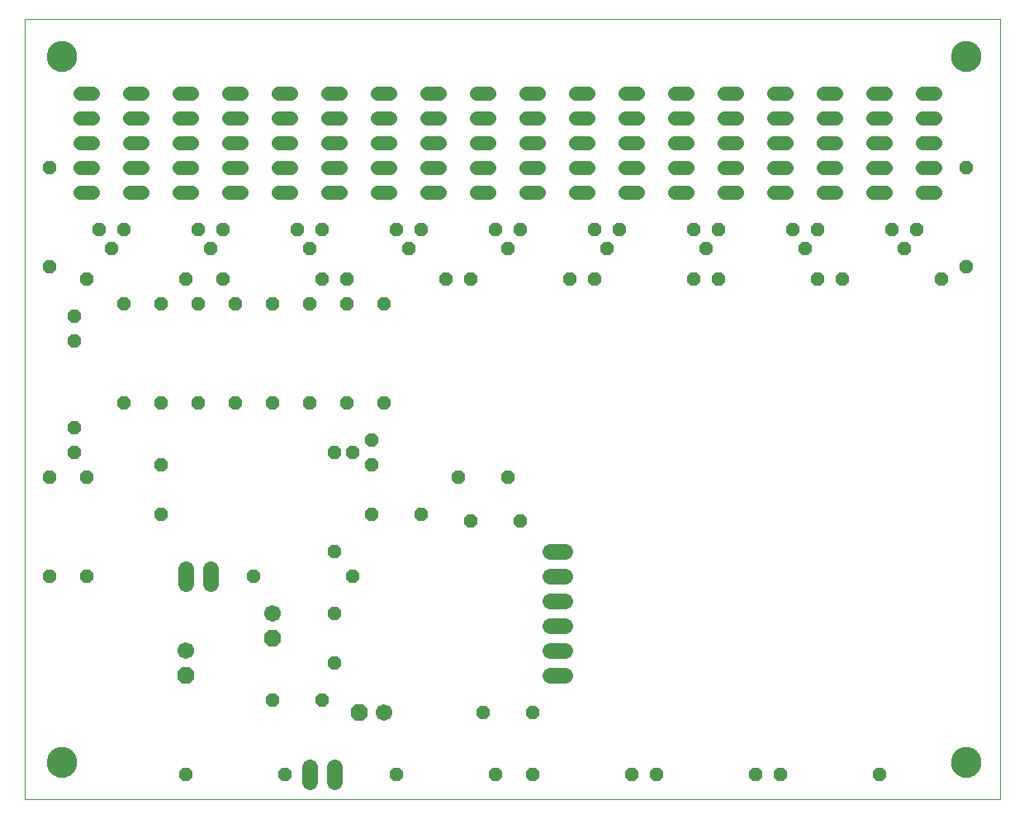
<source format=gbs>
G75*
%MOIN*%
%OFA0B0*%
%FSLAX25Y25*%
%IPPOS*%
%LPD*%
%AMOC8*
5,1,8,0,0,1.08239X$1,22.5*
%
%ADD10C,0.00000*%
%ADD11C,0.12211*%
%ADD12OC8,0.05600*%
%ADD13OC8,0.06700*%
%ADD14C,0.06700*%
%ADD15C,0.05600*%
%ADD16C,0.06400*%
D10*
X0005778Y0001300D02*
X0005778Y0316261D01*
X0399478Y0316261D01*
X0399478Y0001300D01*
X0005778Y0001300D01*
X0014873Y0016300D02*
X0014875Y0016453D01*
X0014881Y0016606D01*
X0014891Y0016759D01*
X0014905Y0016912D01*
X0014923Y0017064D01*
X0014945Y0017216D01*
X0014970Y0017367D01*
X0015000Y0017518D01*
X0015033Y0017667D01*
X0015071Y0017816D01*
X0015112Y0017964D01*
X0015157Y0018110D01*
X0015206Y0018255D01*
X0015259Y0018399D01*
X0015315Y0018542D01*
X0015375Y0018683D01*
X0015439Y0018823D01*
X0015506Y0018960D01*
X0015577Y0019096D01*
X0015651Y0019230D01*
X0015729Y0019362D01*
X0015810Y0019492D01*
X0015895Y0019620D01*
X0015983Y0019746D01*
X0016074Y0019869D01*
X0016168Y0019990D01*
X0016265Y0020109D01*
X0016366Y0020225D01*
X0016469Y0020338D01*
X0016576Y0020448D01*
X0016685Y0020556D01*
X0016796Y0020661D01*
X0016911Y0020763D01*
X0017028Y0020862D01*
X0017148Y0020957D01*
X0017270Y0021050D01*
X0017395Y0021140D01*
X0017521Y0021226D01*
X0017650Y0021309D01*
X0017781Y0021388D01*
X0017914Y0021464D01*
X0018049Y0021537D01*
X0018186Y0021606D01*
X0018325Y0021671D01*
X0018465Y0021733D01*
X0018607Y0021791D01*
X0018750Y0021846D01*
X0018895Y0021897D01*
X0019041Y0021944D01*
X0019188Y0021987D01*
X0019336Y0022026D01*
X0019485Y0022062D01*
X0019635Y0022093D01*
X0019786Y0022121D01*
X0019938Y0022145D01*
X0020090Y0022165D01*
X0020242Y0022181D01*
X0020395Y0022193D01*
X0020548Y0022201D01*
X0020701Y0022205D01*
X0020855Y0022205D01*
X0021008Y0022201D01*
X0021161Y0022193D01*
X0021314Y0022181D01*
X0021466Y0022165D01*
X0021618Y0022145D01*
X0021770Y0022121D01*
X0021921Y0022093D01*
X0022071Y0022062D01*
X0022220Y0022026D01*
X0022368Y0021987D01*
X0022515Y0021944D01*
X0022661Y0021897D01*
X0022806Y0021846D01*
X0022949Y0021791D01*
X0023091Y0021733D01*
X0023231Y0021671D01*
X0023370Y0021606D01*
X0023507Y0021537D01*
X0023642Y0021464D01*
X0023775Y0021388D01*
X0023906Y0021309D01*
X0024035Y0021226D01*
X0024161Y0021140D01*
X0024286Y0021050D01*
X0024408Y0020957D01*
X0024528Y0020862D01*
X0024645Y0020763D01*
X0024760Y0020661D01*
X0024871Y0020556D01*
X0024980Y0020448D01*
X0025087Y0020338D01*
X0025190Y0020225D01*
X0025291Y0020109D01*
X0025388Y0019990D01*
X0025482Y0019869D01*
X0025573Y0019746D01*
X0025661Y0019620D01*
X0025746Y0019492D01*
X0025827Y0019362D01*
X0025905Y0019230D01*
X0025979Y0019096D01*
X0026050Y0018960D01*
X0026117Y0018823D01*
X0026181Y0018683D01*
X0026241Y0018542D01*
X0026297Y0018399D01*
X0026350Y0018255D01*
X0026399Y0018110D01*
X0026444Y0017964D01*
X0026485Y0017816D01*
X0026523Y0017667D01*
X0026556Y0017518D01*
X0026586Y0017367D01*
X0026611Y0017216D01*
X0026633Y0017064D01*
X0026651Y0016912D01*
X0026665Y0016759D01*
X0026675Y0016606D01*
X0026681Y0016453D01*
X0026683Y0016300D01*
X0026681Y0016147D01*
X0026675Y0015994D01*
X0026665Y0015841D01*
X0026651Y0015688D01*
X0026633Y0015536D01*
X0026611Y0015384D01*
X0026586Y0015233D01*
X0026556Y0015082D01*
X0026523Y0014933D01*
X0026485Y0014784D01*
X0026444Y0014636D01*
X0026399Y0014490D01*
X0026350Y0014345D01*
X0026297Y0014201D01*
X0026241Y0014058D01*
X0026181Y0013917D01*
X0026117Y0013777D01*
X0026050Y0013640D01*
X0025979Y0013504D01*
X0025905Y0013370D01*
X0025827Y0013238D01*
X0025746Y0013108D01*
X0025661Y0012980D01*
X0025573Y0012854D01*
X0025482Y0012731D01*
X0025388Y0012610D01*
X0025291Y0012491D01*
X0025190Y0012375D01*
X0025087Y0012262D01*
X0024980Y0012152D01*
X0024871Y0012044D01*
X0024760Y0011939D01*
X0024645Y0011837D01*
X0024528Y0011738D01*
X0024408Y0011643D01*
X0024286Y0011550D01*
X0024161Y0011460D01*
X0024035Y0011374D01*
X0023906Y0011291D01*
X0023775Y0011212D01*
X0023642Y0011136D01*
X0023507Y0011063D01*
X0023370Y0010994D01*
X0023231Y0010929D01*
X0023091Y0010867D01*
X0022949Y0010809D01*
X0022806Y0010754D01*
X0022661Y0010703D01*
X0022515Y0010656D01*
X0022368Y0010613D01*
X0022220Y0010574D01*
X0022071Y0010538D01*
X0021921Y0010507D01*
X0021770Y0010479D01*
X0021618Y0010455D01*
X0021466Y0010435D01*
X0021314Y0010419D01*
X0021161Y0010407D01*
X0021008Y0010399D01*
X0020855Y0010395D01*
X0020701Y0010395D01*
X0020548Y0010399D01*
X0020395Y0010407D01*
X0020242Y0010419D01*
X0020090Y0010435D01*
X0019938Y0010455D01*
X0019786Y0010479D01*
X0019635Y0010507D01*
X0019485Y0010538D01*
X0019336Y0010574D01*
X0019188Y0010613D01*
X0019041Y0010656D01*
X0018895Y0010703D01*
X0018750Y0010754D01*
X0018607Y0010809D01*
X0018465Y0010867D01*
X0018325Y0010929D01*
X0018186Y0010994D01*
X0018049Y0011063D01*
X0017914Y0011136D01*
X0017781Y0011212D01*
X0017650Y0011291D01*
X0017521Y0011374D01*
X0017395Y0011460D01*
X0017270Y0011550D01*
X0017148Y0011643D01*
X0017028Y0011738D01*
X0016911Y0011837D01*
X0016796Y0011939D01*
X0016685Y0012044D01*
X0016576Y0012152D01*
X0016469Y0012262D01*
X0016366Y0012375D01*
X0016265Y0012491D01*
X0016168Y0012610D01*
X0016074Y0012731D01*
X0015983Y0012854D01*
X0015895Y0012980D01*
X0015810Y0013108D01*
X0015729Y0013238D01*
X0015651Y0013370D01*
X0015577Y0013504D01*
X0015506Y0013640D01*
X0015439Y0013777D01*
X0015375Y0013917D01*
X0015315Y0014058D01*
X0015259Y0014201D01*
X0015206Y0014345D01*
X0015157Y0014490D01*
X0015112Y0014636D01*
X0015071Y0014784D01*
X0015033Y0014933D01*
X0015000Y0015082D01*
X0014970Y0015233D01*
X0014945Y0015384D01*
X0014923Y0015536D01*
X0014905Y0015688D01*
X0014891Y0015841D01*
X0014881Y0015994D01*
X0014875Y0016147D01*
X0014873Y0016300D01*
X0014873Y0301300D02*
X0014875Y0301453D01*
X0014881Y0301606D01*
X0014891Y0301759D01*
X0014905Y0301912D01*
X0014923Y0302064D01*
X0014945Y0302216D01*
X0014970Y0302367D01*
X0015000Y0302518D01*
X0015033Y0302667D01*
X0015071Y0302816D01*
X0015112Y0302964D01*
X0015157Y0303110D01*
X0015206Y0303255D01*
X0015259Y0303399D01*
X0015315Y0303542D01*
X0015375Y0303683D01*
X0015439Y0303823D01*
X0015506Y0303960D01*
X0015577Y0304096D01*
X0015651Y0304230D01*
X0015729Y0304362D01*
X0015810Y0304492D01*
X0015895Y0304620D01*
X0015983Y0304746D01*
X0016074Y0304869D01*
X0016168Y0304990D01*
X0016265Y0305109D01*
X0016366Y0305225D01*
X0016469Y0305338D01*
X0016576Y0305448D01*
X0016685Y0305556D01*
X0016796Y0305661D01*
X0016911Y0305763D01*
X0017028Y0305862D01*
X0017148Y0305957D01*
X0017270Y0306050D01*
X0017395Y0306140D01*
X0017521Y0306226D01*
X0017650Y0306309D01*
X0017781Y0306388D01*
X0017914Y0306464D01*
X0018049Y0306537D01*
X0018186Y0306606D01*
X0018325Y0306671D01*
X0018465Y0306733D01*
X0018607Y0306791D01*
X0018750Y0306846D01*
X0018895Y0306897D01*
X0019041Y0306944D01*
X0019188Y0306987D01*
X0019336Y0307026D01*
X0019485Y0307062D01*
X0019635Y0307093D01*
X0019786Y0307121D01*
X0019938Y0307145D01*
X0020090Y0307165D01*
X0020242Y0307181D01*
X0020395Y0307193D01*
X0020548Y0307201D01*
X0020701Y0307205D01*
X0020855Y0307205D01*
X0021008Y0307201D01*
X0021161Y0307193D01*
X0021314Y0307181D01*
X0021466Y0307165D01*
X0021618Y0307145D01*
X0021770Y0307121D01*
X0021921Y0307093D01*
X0022071Y0307062D01*
X0022220Y0307026D01*
X0022368Y0306987D01*
X0022515Y0306944D01*
X0022661Y0306897D01*
X0022806Y0306846D01*
X0022949Y0306791D01*
X0023091Y0306733D01*
X0023231Y0306671D01*
X0023370Y0306606D01*
X0023507Y0306537D01*
X0023642Y0306464D01*
X0023775Y0306388D01*
X0023906Y0306309D01*
X0024035Y0306226D01*
X0024161Y0306140D01*
X0024286Y0306050D01*
X0024408Y0305957D01*
X0024528Y0305862D01*
X0024645Y0305763D01*
X0024760Y0305661D01*
X0024871Y0305556D01*
X0024980Y0305448D01*
X0025087Y0305338D01*
X0025190Y0305225D01*
X0025291Y0305109D01*
X0025388Y0304990D01*
X0025482Y0304869D01*
X0025573Y0304746D01*
X0025661Y0304620D01*
X0025746Y0304492D01*
X0025827Y0304362D01*
X0025905Y0304230D01*
X0025979Y0304096D01*
X0026050Y0303960D01*
X0026117Y0303823D01*
X0026181Y0303683D01*
X0026241Y0303542D01*
X0026297Y0303399D01*
X0026350Y0303255D01*
X0026399Y0303110D01*
X0026444Y0302964D01*
X0026485Y0302816D01*
X0026523Y0302667D01*
X0026556Y0302518D01*
X0026586Y0302367D01*
X0026611Y0302216D01*
X0026633Y0302064D01*
X0026651Y0301912D01*
X0026665Y0301759D01*
X0026675Y0301606D01*
X0026681Y0301453D01*
X0026683Y0301300D01*
X0026681Y0301147D01*
X0026675Y0300994D01*
X0026665Y0300841D01*
X0026651Y0300688D01*
X0026633Y0300536D01*
X0026611Y0300384D01*
X0026586Y0300233D01*
X0026556Y0300082D01*
X0026523Y0299933D01*
X0026485Y0299784D01*
X0026444Y0299636D01*
X0026399Y0299490D01*
X0026350Y0299345D01*
X0026297Y0299201D01*
X0026241Y0299058D01*
X0026181Y0298917D01*
X0026117Y0298777D01*
X0026050Y0298640D01*
X0025979Y0298504D01*
X0025905Y0298370D01*
X0025827Y0298238D01*
X0025746Y0298108D01*
X0025661Y0297980D01*
X0025573Y0297854D01*
X0025482Y0297731D01*
X0025388Y0297610D01*
X0025291Y0297491D01*
X0025190Y0297375D01*
X0025087Y0297262D01*
X0024980Y0297152D01*
X0024871Y0297044D01*
X0024760Y0296939D01*
X0024645Y0296837D01*
X0024528Y0296738D01*
X0024408Y0296643D01*
X0024286Y0296550D01*
X0024161Y0296460D01*
X0024035Y0296374D01*
X0023906Y0296291D01*
X0023775Y0296212D01*
X0023642Y0296136D01*
X0023507Y0296063D01*
X0023370Y0295994D01*
X0023231Y0295929D01*
X0023091Y0295867D01*
X0022949Y0295809D01*
X0022806Y0295754D01*
X0022661Y0295703D01*
X0022515Y0295656D01*
X0022368Y0295613D01*
X0022220Y0295574D01*
X0022071Y0295538D01*
X0021921Y0295507D01*
X0021770Y0295479D01*
X0021618Y0295455D01*
X0021466Y0295435D01*
X0021314Y0295419D01*
X0021161Y0295407D01*
X0021008Y0295399D01*
X0020855Y0295395D01*
X0020701Y0295395D01*
X0020548Y0295399D01*
X0020395Y0295407D01*
X0020242Y0295419D01*
X0020090Y0295435D01*
X0019938Y0295455D01*
X0019786Y0295479D01*
X0019635Y0295507D01*
X0019485Y0295538D01*
X0019336Y0295574D01*
X0019188Y0295613D01*
X0019041Y0295656D01*
X0018895Y0295703D01*
X0018750Y0295754D01*
X0018607Y0295809D01*
X0018465Y0295867D01*
X0018325Y0295929D01*
X0018186Y0295994D01*
X0018049Y0296063D01*
X0017914Y0296136D01*
X0017781Y0296212D01*
X0017650Y0296291D01*
X0017521Y0296374D01*
X0017395Y0296460D01*
X0017270Y0296550D01*
X0017148Y0296643D01*
X0017028Y0296738D01*
X0016911Y0296837D01*
X0016796Y0296939D01*
X0016685Y0297044D01*
X0016576Y0297152D01*
X0016469Y0297262D01*
X0016366Y0297375D01*
X0016265Y0297491D01*
X0016168Y0297610D01*
X0016074Y0297731D01*
X0015983Y0297854D01*
X0015895Y0297980D01*
X0015810Y0298108D01*
X0015729Y0298238D01*
X0015651Y0298370D01*
X0015577Y0298504D01*
X0015506Y0298640D01*
X0015439Y0298777D01*
X0015375Y0298917D01*
X0015315Y0299058D01*
X0015259Y0299201D01*
X0015206Y0299345D01*
X0015157Y0299490D01*
X0015112Y0299636D01*
X0015071Y0299784D01*
X0015033Y0299933D01*
X0015000Y0300082D01*
X0014970Y0300233D01*
X0014945Y0300384D01*
X0014923Y0300536D01*
X0014905Y0300688D01*
X0014891Y0300841D01*
X0014881Y0300994D01*
X0014875Y0301147D01*
X0014873Y0301300D01*
X0379873Y0301300D02*
X0379875Y0301453D01*
X0379881Y0301606D01*
X0379891Y0301759D01*
X0379905Y0301912D01*
X0379923Y0302064D01*
X0379945Y0302216D01*
X0379970Y0302367D01*
X0380000Y0302518D01*
X0380033Y0302667D01*
X0380071Y0302816D01*
X0380112Y0302964D01*
X0380157Y0303110D01*
X0380206Y0303255D01*
X0380259Y0303399D01*
X0380315Y0303542D01*
X0380375Y0303683D01*
X0380439Y0303823D01*
X0380506Y0303960D01*
X0380577Y0304096D01*
X0380651Y0304230D01*
X0380729Y0304362D01*
X0380810Y0304492D01*
X0380895Y0304620D01*
X0380983Y0304746D01*
X0381074Y0304869D01*
X0381168Y0304990D01*
X0381265Y0305109D01*
X0381366Y0305225D01*
X0381469Y0305338D01*
X0381576Y0305448D01*
X0381685Y0305556D01*
X0381796Y0305661D01*
X0381911Y0305763D01*
X0382028Y0305862D01*
X0382148Y0305957D01*
X0382270Y0306050D01*
X0382395Y0306140D01*
X0382521Y0306226D01*
X0382650Y0306309D01*
X0382781Y0306388D01*
X0382914Y0306464D01*
X0383049Y0306537D01*
X0383186Y0306606D01*
X0383325Y0306671D01*
X0383465Y0306733D01*
X0383607Y0306791D01*
X0383750Y0306846D01*
X0383895Y0306897D01*
X0384041Y0306944D01*
X0384188Y0306987D01*
X0384336Y0307026D01*
X0384485Y0307062D01*
X0384635Y0307093D01*
X0384786Y0307121D01*
X0384938Y0307145D01*
X0385090Y0307165D01*
X0385242Y0307181D01*
X0385395Y0307193D01*
X0385548Y0307201D01*
X0385701Y0307205D01*
X0385855Y0307205D01*
X0386008Y0307201D01*
X0386161Y0307193D01*
X0386314Y0307181D01*
X0386466Y0307165D01*
X0386618Y0307145D01*
X0386770Y0307121D01*
X0386921Y0307093D01*
X0387071Y0307062D01*
X0387220Y0307026D01*
X0387368Y0306987D01*
X0387515Y0306944D01*
X0387661Y0306897D01*
X0387806Y0306846D01*
X0387949Y0306791D01*
X0388091Y0306733D01*
X0388231Y0306671D01*
X0388370Y0306606D01*
X0388507Y0306537D01*
X0388642Y0306464D01*
X0388775Y0306388D01*
X0388906Y0306309D01*
X0389035Y0306226D01*
X0389161Y0306140D01*
X0389286Y0306050D01*
X0389408Y0305957D01*
X0389528Y0305862D01*
X0389645Y0305763D01*
X0389760Y0305661D01*
X0389871Y0305556D01*
X0389980Y0305448D01*
X0390087Y0305338D01*
X0390190Y0305225D01*
X0390291Y0305109D01*
X0390388Y0304990D01*
X0390482Y0304869D01*
X0390573Y0304746D01*
X0390661Y0304620D01*
X0390746Y0304492D01*
X0390827Y0304362D01*
X0390905Y0304230D01*
X0390979Y0304096D01*
X0391050Y0303960D01*
X0391117Y0303823D01*
X0391181Y0303683D01*
X0391241Y0303542D01*
X0391297Y0303399D01*
X0391350Y0303255D01*
X0391399Y0303110D01*
X0391444Y0302964D01*
X0391485Y0302816D01*
X0391523Y0302667D01*
X0391556Y0302518D01*
X0391586Y0302367D01*
X0391611Y0302216D01*
X0391633Y0302064D01*
X0391651Y0301912D01*
X0391665Y0301759D01*
X0391675Y0301606D01*
X0391681Y0301453D01*
X0391683Y0301300D01*
X0391681Y0301147D01*
X0391675Y0300994D01*
X0391665Y0300841D01*
X0391651Y0300688D01*
X0391633Y0300536D01*
X0391611Y0300384D01*
X0391586Y0300233D01*
X0391556Y0300082D01*
X0391523Y0299933D01*
X0391485Y0299784D01*
X0391444Y0299636D01*
X0391399Y0299490D01*
X0391350Y0299345D01*
X0391297Y0299201D01*
X0391241Y0299058D01*
X0391181Y0298917D01*
X0391117Y0298777D01*
X0391050Y0298640D01*
X0390979Y0298504D01*
X0390905Y0298370D01*
X0390827Y0298238D01*
X0390746Y0298108D01*
X0390661Y0297980D01*
X0390573Y0297854D01*
X0390482Y0297731D01*
X0390388Y0297610D01*
X0390291Y0297491D01*
X0390190Y0297375D01*
X0390087Y0297262D01*
X0389980Y0297152D01*
X0389871Y0297044D01*
X0389760Y0296939D01*
X0389645Y0296837D01*
X0389528Y0296738D01*
X0389408Y0296643D01*
X0389286Y0296550D01*
X0389161Y0296460D01*
X0389035Y0296374D01*
X0388906Y0296291D01*
X0388775Y0296212D01*
X0388642Y0296136D01*
X0388507Y0296063D01*
X0388370Y0295994D01*
X0388231Y0295929D01*
X0388091Y0295867D01*
X0387949Y0295809D01*
X0387806Y0295754D01*
X0387661Y0295703D01*
X0387515Y0295656D01*
X0387368Y0295613D01*
X0387220Y0295574D01*
X0387071Y0295538D01*
X0386921Y0295507D01*
X0386770Y0295479D01*
X0386618Y0295455D01*
X0386466Y0295435D01*
X0386314Y0295419D01*
X0386161Y0295407D01*
X0386008Y0295399D01*
X0385855Y0295395D01*
X0385701Y0295395D01*
X0385548Y0295399D01*
X0385395Y0295407D01*
X0385242Y0295419D01*
X0385090Y0295435D01*
X0384938Y0295455D01*
X0384786Y0295479D01*
X0384635Y0295507D01*
X0384485Y0295538D01*
X0384336Y0295574D01*
X0384188Y0295613D01*
X0384041Y0295656D01*
X0383895Y0295703D01*
X0383750Y0295754D01*
X0383607Y0295809D01*
X0383465Y0295867D01*
X0383325Y0295929D01*
X0383186Y0295994D01*
X0383049Y0296063D01*
X0382914Y0296136D01*
X0382781Y0296212D01*
X0382650Y0296291D01*
X0382521Y0296374D01*
X0382395Y0296460D01*
X0382270Y0296550D01*
X0382148Y0296643D01*
X0382028Y0296738D01*
X0381911Y0296837D01*
X0381796Y0296939D01*
X0381685Y0297044D01*
X0381576Y0297152D01*
X0381469Y0297262D01*
X0381366Y0297375D01*
X0381265Y0297491D01*
X0381168Y0297610D01*
X0381074Y0297731D01*
X0380983Y0297854D01*
X0380895Y0297980D01*
X0380810Y0298108D01*
X0380729Y0298238D01*
X0380651Y0298370D01*
X0380577Y0298504D01*
X0380506Y0298640D01*
X0380439Y0298777D01*
X0380375Y0298917D01*
X0380315Y0299058D01*
X0380259Y0299201D01*
X0380206Y0299345D01*
X0380157Y0299490D01*
X0380112Y0299636D01*
X0380071Y0299784D01*
X0380033Y0299933D01*
X0380000Y0300082D01*
X0379970Y0300233D01*
X0379945Y0300384D01*
X0379923Y0300536D01*
X0379905Y0300688D01*
X0379891Y0300841D01*
X0379881Y0300994D01*
X0379875Y0301147D01*
X0379873Y0301300D01*
X0379873Y0016300D02*
X0379875Y0016453D01*
X0379881Y0016606D01*
X0379891Y0016759D01*
X0379905Y0016912D01*
X0379923Y0017064D01*
X0379945Y0017216D01*
X0379970Y0017367D01*
X0380000Y0017518D01*
X0380033Y0017667D01*
X0380071Y0017816D01*
X0380112Y0017964D01*
X0380157Y0018110D01*
X0380206Y0018255D01*
X0380259Y0018399D01*
X0380315Y0018542D01*
X0380375Y0018683D01*
X0380439Y0018823D01*
X0380506Y0018960D01*
X0380577Y0019096D01*
X0380651Y0019230D01*
X0380729Y0019362D01*
X0380810Y0019492D01*
X0380895Y0019620D01*
X0380983Y0019746D01*
X0381074Y0019869D01*
X0381168Y0019990D01*
X0381265Y0020109D01*
X0381366Y0020225D01*
X0381469Y0020338D01*
X0381576Y0020448D01*
X0381685Y0020556D01*
X0381796Y0020661D01*
X0381911Y0020763D01*
X0382028Y0020862D01*
X0382148Y0020957D01*
X0382270Y0021050D01*
X0382395Y0021140D01*
X0382521Y0021226D01*
X0382650Y0021309D01*
X0382781Y0021388D01*
X0382914Y0021464D01*
X0383049Y0021537D01*
X0383186Y0021606D01*
X0383325Y0021671D01*
X0383465Y0021733D01*
X0383607Y0021791D01*
X0383750Y0021846D01*
X0383895Y0021897D01*
X0384041Y0021944D01*
X0384188Y0021987D01*
X0384336Y0022026D01*
X0384485Y0022062D01*
X0384635Y0022093D01*
X0384786Y0022121D01*
X0384938Y0022145D01*
X0385090Y0022165D01*
X0385242Y0022181D01*
X0385395Y0022193D01*
X0385548Y0022201D01*
X0385701Y0022205D01*
X0385855Y0022205D01*
X0386008Y0022201D01*
X0386161Y0022193D01*
X0386314Y0022181D01*
X0386466Y0022165D01*
X0386618Y0022145D01*
X0386770Y0022121D01*
X0386921Y0022093D01*
X0387071Y0022062D01*
X0387220Y0022026D01*
X0387368Y0021987D01*
X0387515Y0021944D01*
X0387661Y0021897D01*
X0387806Y0021846D01*
X0387949Y0021791D01*
X0388091Y0021733D01*
X0388231Y0021671D01*
X0388370Y0021606D01*
X0388507Y0021537D01*
X0388642Y0021464D01*
X0388775Y0021388D01*
X0388906Y0021309D01*
X0389035Y0021226D01*
X0389161Y0021140D01*
X0389286Y0021050D01*
X0389408Y0020957D01*
X0389528Y0020862D01*
X0389645Y0020763D01*
X0389760Y0020661D01*
X0389871Y0020556D01*
X0389980Y0020448D01*
X0390087Y0020338D01*
X0390190Y0020225D01*
X0390291Y0020109D01*
X0390388Y0019990D01*
X0390482Y0019869D01*
X0390573Y0019746D01*
X0390661Y0019620D01*
X0390746Y0019492D01*
X0390827Y0019362D01*
X0390905Y0019230D01*
X0390979Y0019096D01*
X0391050Y0018960D01*
X0391117Y0018823D01*
X0391181Y0018683D01*
X0391241Y0018542D01*
X0391297Y0018399D01*
X0391350Y0018255D01*
X0391399Y0018110D01*
X0391444Y0017964D01*
X0391485Y0017816D01*
X0391523Y0017667D01*
X0391556Y0017518D01*
X0391586Y0017367D01*
X0391611Y0017216D01*
X0391633Y0017064D01*
X0391651Y0016912D01*
X0391665Y0016759D01*
X0391675Y0016606D01*
X0391681Y0016453D01*
X0391683Y0016300D01*
X0391681Y0016147D01*
X0391675Y0015994D01*
X0391665Y0015841D01*
X0391651Y0015688D01*
X0391633Y0015536D01*
X0391611Y0015384D01*
X0391586Y0015233D01*
X0391556Y0015082D01*
X0391523Y0014933D01*
X0391485Y0014784D01*
X0391444Y0014636D01*
X0391399Y0014490D01*
X0391350Y0014345D01*
X0391297Y0014201D01*
X0391241Y0014058D01*
X0391181Y0013917D01*
X0391117Y0013777D01*
X0391050Y0013640D01*
X0390979Y0013504D01*
X0390905Y0013370D01*
X0390827Y0013238D01*
X0390746Y0013108D01*
X0390661Y0012980D01*
X0390573Y0012854D01*
X0390482Y0012731D01*
X0390388Y0012610D01*
X0390291Y0012491D01*
X0390190Y0012375D01*
X0390087Y0012262D01*
X0389980Y0012152D01*
X0389871Y0012044D01*
X0389760Y0011939D01*
X0389645Y0011837D01*
X0389528Y0011738D01*
X0389408Y0011643D01*
X0389286Y0011550D01*
X0389161Y0011460D01*
X0389035Y0011374D01*
X0388906Y0011291D01*
X0388775Y0011212D01*
X0388642Y0011136D01*
X0388507Y0011063D01*
X0388370Y0010994D01*
X0388231Y0010929D01*
X0388091Y0010867D01*
X0387949Y0010809D01*
X0387806Y0010754D01*
X0387661Y0010703D01*
X0387515Y0010656D01*
X0387368Y0010613D01*
X0387220Y0010574D01*
X0387071Y0010538D01*
X0386921Y0010507D01*
X0386770Y0010479D01*
X0386618Y0010455D01*
X0386466Y0010435D01*
X0386314Y0010419D01*
X0386161Y0010407D01*
X0386008Y0010399D01*
X0385855Y0010395D01*
X0385701Y0010395D01*
X0385548Y0010399D01*
X0385395Y0010407D01*
X0385242Y0010419D01*
X0385090Y0010435D01*
X0384938Y0010455D01*
X0384786Y0010479D01*
X0384635Y0010507D01*
X0384485Y0010538D01*
X0384336Y0010574D01*
X0384188Y0010613D01*
X0384041Y0010656D01*
X0383895Y0010703D01*
X0383750Y0010754D01*
X0383607Y0010809D01*
X0383465Y0010867D01*
X0383325Y0010929D01*
X0383186Y0010994D01*
X0383049Y0011063D01*
X0382914Y0011136D01*
X0382781Y0011212D01*
X0382650Y0011291D01*
X0382521Y0011374D01*
X0382395Y0011460D01*
X0382270Y0011550D01*
X0382148Y0011643D01*
X0382028Y0011738D01*
X0381911Y0011837D01*
X0381796Y0011939D01*
X0381685Y0012044D01*
X0381576Y0012152D01*
X0381469Y0012262D01*
X0381366Y0012375D01*
X0381265Y0012491D01*
X0381168Y0012610D01*
X0381074Y0012731D01*
X0380983Y0012854D01*
X0380895Y0012980D01*
X0380810Y0013108D01*
X0380729Y0013238D01*
X0380651Y0013370D01*
X0380577Y0013504D01*
X0380506Y0013640D01*
X0380439Y0013777D01*
X0380375Y0013917D01*
X0380315Y0014058D01*
X0380259Y0014201D01*
X0380206Y0014345D01*
X0380157Y0014490D01*
X0380112Y0014636D01*
X0380071Y0014784D01*
X0380033Y0014933D01*
X0380000Y0015082D01*
X0379970Y0015233D01*
X0379945Y0015384D01*
X0379923Y0015536D01*
X0379905Y0015688D01*
X0379891Y0015841D01*
X0379881Y0015994D01*
X0379875Y0016147D01*
X0379873Y0016300D01*
D11*
X0385778Y0016300D03*
X0385778Y0301300D03*
X0020778Y0301300D03*
X0020778Y0016300D03*
D12*
X0070778Y0011300D03*
X0110778Y0011300D03*
X0105778Y0041300D03*
X0125778Y0041300D03*
X0130778Y0056300D03*
X0130778Y0076300D03*
X0138278Y0091300D03*
X0130778Y0101300D03*
X0145778Y0116300D03*
X0165778Y0116300D03*
X0185778Y0113800D03*
X0205778Y0113800D03*
X0200778Y0131300D03*
X0180778Y0131300D03*
X0145778Y0136300D03*
X0138278Y0141300D03*
X0130778Y0141300D03*
X0145778Y0146300D03*
X0150778Y0161300D03*
X0135778Y0161300D03*
X0120778Y0161300D03*
X0105778Y0161300D03*
X0090778Y0161300D03*
X0075778Y0161300D03*
X0060778Y0161300D03*
X0045778Y0161300D03*
X0025778Y0151300D03*
X0025778Y0141300D03*
X0030778Y0131300D03*
X0015778Y0131300D03*
X0060778Y0136300D03*
X0060778Y0116300D03*
X0030778Y0091300D03*
X0015778Y0091300D03*
X0098278Y0091300D03*
X0190778Y0036300D03*
X0210778Y0036300D03*
X0210778Y0011300D03*
X0195778Y0011300D03*
X0155778Y0011300D03*
X0250778Y0011300D03*
X0260778Y0011300D03*
X0300778Y0011300D03*
X0310778Y0011300D03*
X0350778Y0011300D03*
X0150778Y0201300D03*
X0135778Y0201300D03*
X0135778Y0211300D03*
X0125778Y0211300D03*
X0120778Y0201300D03*
X0105778Y0201300D03*
X0090778Y0201300D03*
X0085778Y0211300D03*
X0075778Y0201300D03*
X0070778Y0211300D03*
X0060778Y0201300D03*
X0045778Y0201300D03*
X0030778Y0211300D03*
X0015778Y0216300D03*
X0035778Y0231300D03*
X0040778Y0223800D03*
X0045778Y0231300D03*
X0075778Y0231300D03*
X0080778Y0223800D03*
X0085778Y0231300D03*
X0115778Y0231300D03*
X0120778Y0223800D03*
X0125778Y0231300D03*
X0155778Y0231300D03*
X0160778Y0223800D03*
X0165778Y0231300D03*
X0175778Y0211300D03*
X0185778Y0211300D03*
X0200778Y0223800D03*
X0205778Y0231300D03*
X0195778Y0231300D03*
X0225778Y0211300D03*
X0235778Y0211300D03*
X0240778Y0223800D03*
X0245778Y0231300D03*
X0235778Y0231300D03*
X0275778Y0231300D03*
X0280778Y0223800D03*
X0285778Y0231300D03*
X0285778Y0211300D03*
X0275778Y0211300D03*
X0315778Y0231300D03*
X0320778Y0223800D03*
X0325778Y0231300D03*
X0325778Y0211300D03*
X0335778Y0211300D03*
X0360778Y0223800D03*
X0365778Y0231300D03*
X0355778Y0231300D03*
X0375778Y0211300D03*
X0385778Y0216300D03*
X0385778Y0256300D03*
X0025778Y0196300D03*
X0025778Y0186300D03*
X0015778Y0256300D03*
D13*
X0105778Y0066300D03*
X0070778Y0051300D03*
X0140778Y0036300D03*
D14*
X0150778Y0036300D03*
X0105778Y0076300D03*
X0070778Y0061300D03*
D15*
X0068178Y0246300D02*
X0073378Y0246300D01*
X0073378Y0256300D02*
X0068178Y0256300D01*
X0068178Y0266300D02*
X0073378Y0266300D01*
X0073378Y0276300D02*
X0068178Y0276300D01*
X0053378Y0276300D02*
X0048178Y0276300D01*
X0048178Y0266300D02*
X0053378Y0266300D01*
X0053378Y0256300D02*
X0048178Y0256300D01*
X0048178Y0246300D02*
X0053378Y0246300D01*
X0033378Y0246300D02*
X0028178Y0246300D01*
X0028178Y0256300D02*
X0033378Y0256300D01*
X0033378Y0266300D02*
X0028178Y0266300D01*
X0028178Y0276300D02*
X0033378Y0276300D01*
X0033378Y0286300D02*
X0028178Y0286300D01*
X0048178Y0286300D02*
X0053378Y0286300D01*
X0068178Y0286300D02*
X0073378Y0286300D01*
X0088178Y0286300D02*
X0093378Y0286300D01*
X0108178Y0286300D02*
X0113378Y0286300D01*
X0128178Y0286300D02*
X0133378Y0286300D01*
X0148178Y0286300D02*
X0153378Y0286300D01*
X0168178Y0286300D02*
X0173378Y0286300D01*
X0188178Y0286300D02*
X0193378Y0286300D01*
X0208178Y0286300D02*
X0213378Y0286300D01*
X0228178Y0286300D02*
X0233378Y0286300D01*
X0248178Y0286300D02*
X0253378Y0286300D01*
X0268178Y0286300D02*
X0273378Y0286300D01*
X0273378Y0276300D02*
X0268178Y0276300D01*
X0268178Y0266300D02*
X0273378Y0266300D01*
X0273378Y0256300D02*
X0268178Y0256300D01*
X0268178Y0246300D02*
X0273378Y0246300D01*
X0288178Y0246300D02*
X0293378Y0246300D01*
X0293378Y0256300D02*
X0288178Y0256300D01*
X0288178Y0266300D02*
X0293378Y0266300D01*
X0293378Y0276300D02*
X0288178Y0276300D01*
X0288178Y0286300D02*
X0293378Y0286300D01*
X0308178Y0286300D02*
X0313378Y0286300D01*
X0313378Y0276300D02*
X0308178Y0276300D01*
X0308178Y0266300D02*
X0313378Y0266300D01*
X0313378Y0256300D02*
X0308178Y0256300D01*
X0308178Y0246300D02*
X0313378Y0246300D01*
X0328178Y0246300D02*
X0333378Y0246300D01*
X0333378Y0256300D02*
X0328178Y0256300D01*
X0328178Y0266300D02*
X0333378Y0266300D01*
X0333378Y0276300D02*
X0328178Y0276300D01*
X0328178Y0286300D02*
X0333378Y0286300D01*
X0348178Y0286300D02*
X0353378Y0286300D01*
X0353378Y0276300D02*
X0348178Y0276300D01*
X0348178Y0266300D02*
X0353378Y0266300D01*
X0353378Y0256300D02*
X0348178Y0256300D01*
X0348178Y0246300D02*
X0353378Y0246300D01*
X0368178Y0246300D02*
X0373378Y0246300D01*
X0373378Y0256300D02*
X0368178Y0256300D01*
X0368178Y0266300D02*
X0373378Y0266300D01*
X0373378Y0276300D02*
X0368178Y0276300D01*
X0368178Y0286300D02*
X0373378Y0286300D01*
X0253378Y0276300D02*
X0248178Y0276300D01*
X0248178Y0266300D02*
X0253378Y0266300D01*
X0253378Y0256300D02*
X0248178Y0256300D01*
X0248178Y0246300D02*
X0253378Y0246300D01*
X0233378Y0246300D02*
X0228178Y0246300D01*
X0228178Y0256300D02*
X0233378Y0256300D01*
X0233378Y0266300D02*
X0228178Y0266300D01*
X0228178Y0276300D02*
X0233378Y0276300D01*
X0213378Y0276300D02*
X0208178Y0276300D01*
X0208178Y0266300D02*
X0213378Y0266300D01*
X0213378Y0256300D02*
X0208178Y0256300D01*
X0208178Y0246300D02*
X0213378Y0246300D01*
X0193378Y0246300D02*
X0188178Y0246300D01*
X0188178Y0256300D02*
X0193378Y0256300D01*
X0193378Y0266300D02*
X0188178Y0266300D01*
X0188178Y0276300D02*
X0193378Y0276300D01*
X0173378Y0276300D02*
X0168178Y0276300D01*
X0168178Y0266300D02*
X0173378Y0266300D01*
X0173378Y0256300D02*
X0168178Y0256300D01*
X0168178Y0246300D02*
X0173378Y0246300D01*
X0153378Y0246300D02*
X0148178Y0246300D01*
X0148178Y0256300D02*
X0153378Y0256300D01*
X0153378Y0266300D02*
X0148178Y0266300D01*
X0148178Y0276300D02*
X0153378Y0276300D01*
X0133378Y0276300D02*
X0128178Y0276300D01*
X0128178Y0266300D02*
X0133378Y0266300D01*
X0133378Y0256300D02*
X0128178Y0256300D01*
X0128178Y0246300D02*
X0133378Y0246300D01*
X0113378Y0246300D02*
X0108178Y0246300D01*
X0108178Y0256300D02*
X0113378Y0256300D01*
X0113378Y0266300D02*
X0108178Y0266300D01*
X0108178Y0276300D02*
X0113378Y0276300D01*
X0093378Y0276300D02*
X0088178Y0276300D01*
X0088178Y0266300D02*
X0093378Y0266300D01*
X0093378Y0256300D02*
X0088178Y0256300D01*
X0088178Y0246300D02*
X0093378Y0246300D01*
D16*
X0217778Y0101300D02*
X0223778Y0101300D01*
X0223778Y0091300D02*
X0217778Y0091300D01*
X0217778Y0081300D02*
X0223778Y0081300D01*
X0223778Y0071300D02*
X0217778Y0071300D01*
X0217778Y0061300D02*
X0223778Y0061300D01*
X0223778Y0051300D02*
X0217778Y0051300D01*
X0130778Y0014300D02*
X0130778Y0008300D01*
X0120778Y0008300D02*
X0120778Y0014300D01*
X0080778Y0088300D02*
X0080778Y0094300D01*
X0070778Y0094300D02*
X0070778Y0088300D01*
M02*

</source>
